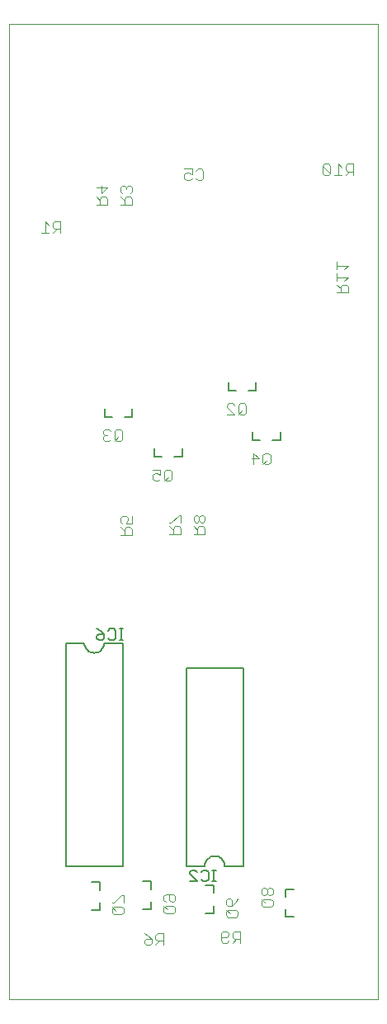
<source format=gbo>
G75*
G70*
%OFA0B0*%
%FSLAX24Y24*%
%IPPOS*%
%LPD*%
%AMOC8*
5,1,8,0,0,1.08239X$1,22.5*
%
%ADD10C,0.0000*%
%ADD11C,0.0040*%
%ADD12C,0.0060*%
%ADD13C,0.0050*%
D10*
X003621Y000711D02*
X003621Y040081D01*
X018503Y040081D01*
X018503Y000711D01*
X003621Y000711D01*
D11*
X007777Y004231D02*
X007854Y004154D01*
X008161Y004154D01*
X008238Y004231D01*
X008238Y004384D01*
X008161Y004461D01*
X007854Y004461D01*
X007777Y004384D01*
X007777Y004231D01*
X007931Y004308D02*
X007777Y004461D01*
X007777Y004615D02*
X007854Y004615D01*
X008161Y004922D01*
X008238Y004922D01*
X008238Y004615D01*
X009068Y003384D02*
X009222Y003308D01*
X009375Y003154D01*
X009145Y003154D01*
X009068Y003077D01*
X009068Y003001D01*
X009145Y002924D01*
X009299Y002924D01*
X009375Y003001D01*
X009375Y003154D01*
X009529Y003154D02*
X009529Y003308D01*
X009605Y003384D01*
X009836Y003384D01*
X009836Y002924D01*
X009836Y003077D02*
X009605Y003077D01*
X009529Y003154D01*
X009682Y003077D02*
X009529Y002924D01*
X009941Y004194D02*
X009864Y004270D01*
X009864Y004424D01*
X009941Y004501D01*
X010247Y004501D01*
X010324Y004424D01*
X010324Y004270D01*
X010247Y004194D01*
X009941Y004194D01*
X010017Y004347D02*
X009864Y004501D01*
X009941Y004654D02*
X009864Y004731D01*
X009864Y004884D01*
X009941Y004961D01*
X010247Y004961D01*
X010324Y004884D01*
X010324Y004731D01*
X010247Y004654D01*
X010171Y004654D01*
X010094Y004731D01*
X010094Y004961D01*
X012179Y003386D02*
X012179Y003079D01*
X012255Y003003D01*
X012409Y003003D01*
X012485Y003079D01*
X012409Y003233D02*
X012485Y003310D01*
X012485Y003386D01*
X012409Y003463D01*
X012255Y003463D01*
X012179Y003386D01*
X012179Y003233D02*
X012409Y003233D01*
X012639Y003233D02*
X012639Y003386D01*
X012716Y003463D01*
X012946Y003463D01*
X012946Y003003D01*
X012946Y003156D02*
X012716Y003156D01*
X012639Y003233D01*
X012792Y003156D02*
X012639Y003003D01*
X012767Y004036D02*
X012460Y004036D01*
X012384Y004113D01*
X012384Y004266D01*
X012460Y004343D01*
X012767Y004343D01*
X012844Y004266D01*
X012844Y004113D01*
X012767Y004036D01*
X012537Y004190D02*
X012384Y004343D01*
X012460Y004497D02*
X012384Y004573D01*
X012384Y004727D01*
X012460Y004803D01*
X012537Y004803D01*
X012614Y004727D01*
X012614Y004497D01*
X012460Y004497D01*
X012614Y004497D02*
X012767Y004650D01*
X012844Y004803D01*
X013809Y004765D02*
X013962Y004611D01*
X013809Y004535D02*
X013885Y004458D01*
X014192Y004458D01*
X014269Y004535D01*
X014269Y004688D01*
X014192Y004765D01*
X013885Y004765D01*
X013809Y004688D01*
X013809Y004535D01*
X013885Y004918D02*
X013809Y004995D01*
X013809Y005148D01*
X013885Y005225D01*
X013962Y005225D01*
X014039Y005148D01*
X014039Y004995D01*
X014116Y004918D01*
X014192Y004918D01*
X014269Y004995D01*
X014269Y005148D01*
X014192Y005225D01*
X014116Y005225D01*
X014039Y005148D01*
X014039Y004995D02*
X013962Y004918D01*
X013885Y004918D01*
X011527Y019509D02*
X011067Y019509D01*
X011220Y019509D02*
X011220Y019739D01*
X011297Y019816D01*
X011450Y019816D01*
X011527Y019739D01*
X011527Y019509D01*
X011450Y019969D02*
X011374Y019969D01*
X011297Y020046D01*
X011297Y020200D01*
X011220Y020276D01*
X011143Y020276D01*
X011067Y020200D01*
X011067Y020046D01*
X011143Y019969D01*
X011220Y019969D01*
X011297Y020046D01*
X011297Y020200D02*
X011374Y020276D01*
X011450Y020276D01*
X011527Y020200D01*
X011527Y020046D01*
X011450Y019969D01*
X011220Y019662D02*
X011067Y019816D01*
X010543Y019739D02*
X010466Y019816D01*
X010313Y019816D01*
X010236Y019739D01*
X010236Y019509D01*
X010236Y019662D02*
X010082Y019816D01*
X010082Y019969D02*
X010159Y019969D01*
X010466Y020276D01*
X010543Y020276D01*
X010543Y019969D01*
X010543Y019739D02*
X010543Y019509D01*
X010082Y019509D01*
X010113Y021646D02*
X009959Y021646D01*
X009883Y021723D01*
X009883Y022030D01*
X009959Y022107D01*
X010113Y022107D01*
X010189Y022030D01*
X010189Y021723D01*
X010113Y021646D01*
X010036Y021800D02*
X009883Y021646D01*
X009729Y021723D02*
X009652Y021646D01*
X009499Y021646D01*
X009422Y021723D01*
X009422Y021877D01*
X009499Y021953D01*
X009576Y021953D01*
X009729Y021877D01*
X009729Y022107D01*
X009422Y022107D01*
X008574Y020237D02*
X008574Y019930D01*
X008344Y019930D01*
X008421Y020084D01*
X008421Y020160D01*
X008344Y020237D01*
X008191Y020237D01*
X008114Y020160D01*
X008114Y020007D01*
X008191Y019930D01*
X008114Y019777D02*
X008267Y019623D01*
X008267Y019700D02*
X008267Y019470D01*
X008114Y019470D02*
X008574Y019470D01*
X008574Y019700D01*
X008497Y019777D01*
X008344Y019777D01*
X008267Y019700D01*
X008105Y023261D02*
X008182Y023337D01*
X008182Y023644D01*
X008105Y023721D01*
X007951Y023721D01*
X007875Y023644D01*
X007875Y023337D01*
X007951Y023261D01*
X008105Y023261D01*
X008028Y023414D02*
X007875Y023261D01*
X007721Y023337D02*
X007645Y023261D01*
X007491Y023261D01*
X007414Y023337D01*
X007414Y023414D01*
X007491Y023491D01*
X007568Y023491D01*
X007491Y023491D02*
X007414Y023567D01*
X007414Y023644D01*
X007491Y023721D01*
X007645Y023721D01*
X007721Y023644D01*
X005689Y031660D02*
X005689Y032121D01*
X005459Y032121D01*
X005383Y032044D01*
X005383Y031890D01*
X005459Y031814D01*
X005689Y031814D01*
X005536Y031814D02*
X005383Y031660D01*
X005229Y031660D02*
X004922Y031660D01*
X005076Y031660D02*
X005076Y032121D01*
X005229Y031967D01*
X007134Y032804D02*
X007594Y032804D01*
X007594Y033034D01*
X007517Y033111D01*
X007364Y033111D01*
X007287Y033034D01*
X007287Y032804D01*
X007287Y032957D02*
X007134Y033111D01*
X007364Y033264D02*
X007364Y033571D01*
X007594Y033494D02*
X007364Y033264D01*
X007134Y033494D02*
X007594Y033494D01*
X008118Y033494D02*
X008118Y033341D01*
X008194Y033264D01*
X008118Y033111D02*
X008271Y032957D01*
X008271Y033034D02*
X008271Y032804D01*
X008118Y032804D02*
X008578Y032804D01*
X008578Y033034D01*
X008501Y033111D01*
X008348Y033111D01*
X008271Y033034D01*
X008501Y033264D02*
X008578Y033341D01*
X008578Y033494D01*
X008501Y033571D01*
X008425Y033571D01*
X008348Y033494D01*
X008271Y033571D01*
X008194Y033571D01*
X008118Y033494D01*
X008348Y033494D02*
X008348Y033418D01*
X010696Y033867D02*
X010773Y033790D01*
X010926Y033790D01*
X011003Y033867D01*
X011003Y034020D02*
X010850Y034097D01*
X010773Y034097D01*
X010696Y034020D01*
X010696Y033867D01*
X011003Y034020D02*
X011003Y034250D01*
X010696Y034250D01*
X011157Y034174D02*
X011233Y034250D01*
X011387Y034250D01*
X011464Y034174D01*
X011464Y033867D01*
X011387Y033790D01*
X011233Y033790D01*
X011157Y033867D01*
X012491Y024784D02*
X012414Y024707D01*
X012414Y024630D01*
X012721Y024324D01*
X012414Y024324D01*
X012491Y024784D02*
X012645Y024784D01*
X012721Y024707D01*
X012875Y024707D02*
X012875Y024400D01*
X012951Y024324D01*
X013105Y024324D01*
X013182Y024400D01*
X013182Y024707D01*
X013105Y024784D01*
X012951Y024784D01*
X012875Y024707D01*
X013028Y024477D02*
X012875Y024324D01*
X013475Y022776D02*
X013705Y022546D01*
X013399Y022546D01*
X013475Y022316D02*
X013475Y022776D01*
X013859Y022699D02*
X013859Y022392D01*
X013936Y022316D01*
X014089Y022316D01*
X014166Y022392D01*
X014166Y022699D01*
X014089Y022776D01*
X013936Y022776D01*
X013859Y022699D01*
X014012Y022469D02*
X013859Y022316D01*
X016858Y029261D02*
X017318Y029261D01*
X017318Y029491D01*
X017242Y029567D01*
X017088Y029567D01*
X017011Y029491D01*
X017011Y029261D01*
X017011Y029414D02*
X016858Y029567D01*
X016858Y029721D02*
X016858Y030028D01*
X016858Y030181D02*
X016858Y030488D01*
X016858Y030335D02*
X017318Y030335D01*
X017165Y030181D01*
X017318Y029874D02*
X016858Y029874D01*
X017165Y029721D02*
X017318Y029874D01*
X017206Y033987D02*
X017359Y034140D01*
X017283Y034140D02*
X017513Y034140D01*
X017513Y033987D02*
X017513Y034447D01*
X017283Y034447D01*
X017206Y034371D01*
X017206Y034217D01*
X017283Y034140D01*
X017052Y033987D02*
X016745Y033987D01*
X016899Y033987D02*
X016899Y034447D01*
X017052Y034294D01*
X016592Y034371D02*
X016592Y034064D01*
X016285Y034371D01*
X016285Y034064D01*
X016362Y033987D01*
X016515Y033987D01*
X016592Y034064D01*
X016592Y034371D02*
X016515Y034447D01*
X016362Y034447D01*
X016285Y034371D01*
D12*
X013591Y025627D02*
X013591Y025294D01*
X013280Y025294D01*
X012772Y025294D02*
X012471Y025294D01*
X012471Y025627D01*
X013455Y023619D02*
X013455Y023286D01*
X013756Y023286D01*
X014264Y023286D02*
X014575Y023286D01*
X014575Y023619D01*
X010599Y022949D02*
X010599Y022616D01*
X010288Y022616D01*
X009780Y022616D02*
X009479Y022616D01*
X009479Y022949D01*
X008591Y024231D02*
X008591Y024564D01*
X008591Y024231D02*
X008280Y024231D01*
X007772Y024231D02*
X007471Y024231D01*
X007471Y024564D01*
X007454Y015109D02*
X008204Y015109D01*
X008204Y006109D01*
X005904Y006109D01*
X005904Y015109D01*
X006654Y015109D01*
X006656Y015070D01*
X006662Y015031D01*
X006671Y014993D01*
X006684Y014956D01*
X006701Y014920D01*
X006721Y014887D01*
X006745Y014855D01*
X006771Y014826D01*
X006800Y014800D01*
X006832Y014776D01*
X006865Y014756D01*
X006901Y014739D01*
X006938Y014726D01*
X006976Y014717D01*
X007015Y014711D01*
X007054Y014709D01*
X007093Y014711D01*
X007132Y014717D01*
X007170Y014726D01*
X007207Y014739D01*
X007243Y014756D01*
X007276Y014776D01*
X007308Y014800D01*
X007337Y014826D01*
X007363Y014855D01*
X007387Y014887D01*
X007407Y014920D01*
X007424Y014956D01*
X007437Y014993D01*
X007446Y015031D01*
X007452Y015070D01*
X007454Y015109D01*
X010771Y014109D02*
X013071Y014109D01*
X013071Y006109D01*
X012321Y006109D01*
X012319Y006148D01*
X012313Y006187D01*
X012304Y006225D01*
X012291Y006262D01*
X012274Y006298D01*
X012254Y006331D01*
X012230Y006363D01*
X012204Y006392D01*
X012175Y006418D01*
X012143Y006442D01*
X012110Y006462D01*
X012074Y006479D01*
X012037Y006492D01*
X011999Y006501D01*
X011960Y006507D01*
X011921Y006509D01*
X011882Y006507D01*
X011843Y006501D01*
X011805Y006492D01*
X011768Y006479D01*
X011732Y006462D01*
X011699Y006442D01*
X011667Y006418D01*
X011638Y006392D01*
X011612Y006363D01*
X011588Y006331D01*
X011568Y006298D01*
X011551Y006262D01*
X011538Y006225D01*
X011529Y006187D01*
X011523Y006148D01*
X011521Y006109D01*
X010771Y006109D01*
X010771Y014109D01*
X009354Y005484D02*
X009021Y005484D01*
X009354Y005484D02*
X009354Y005173D01*
X009354Y004665D02*
X009354Y004364D01*
X009021Y004364D01*
X007267Y004324D02*
X007267Y004625D01*
X007267Y004324D02*
X006934Y004324D01*
X007267Y005133D02*
X007267Y005444D01*
X006934Y005444D01*
X011541Y005326D02*
X011874Y005326D01*
X011874Y005015D01*
X011874Y004507D02*
X011874Y004206D01*
X011541Y004206D01*
X014779Y004360D02*
X014779Y004049D01*
X015112Y004049D01*
X014779Y004868D02*
X014779Y005169D01*
X015112Y005169D01*
D13*
X011973Y005484D02*
X011823Y005484D01*
X011898Y005484D02*
X011898Y005934D01*
X011973Y005934D02*
X011823Y005934D01*
X011666Y005859D02*
X011666Y005559D01*
X011591Y005484D01*
X011441Y005484D01*
X011366Y005559D01*
X011206Y005484D02*
X010906Y005784D01*
X010906Y005859D01*
X010981Y005934D01*
X011131Y005934D01*
X011206Y005859D01*
X011366Y005859D02*
X011441Y005934D01*
X011591Y005934D01*
X011666Y005859D01*
X011206Y005484D02*
X010906Y005484D01*
X008229Y015234D02*
X008079Y015234D01*
X008154Y015234D02*
X008154Y015684D01*
X008229Y015684D02*
X008079Y015684D01*
X007923Y015609D02*
X007923Y015309D01*
X007847Y015234D01*
X007697Y015234D01*
X007622Y015309D01*
X007462Y015309D02*
X007387Y015234D01*
X007237Y015234D01*
X007162Y015309D01*
X007162Y015384D01*
X007237Y015459D01*
X007462Y015459D01*
X007462Y015309D01*
X007462Y015459D02*
X007312Y015609D01*
X007162Y015684D01*
X007622Y015609D02*
X007697Y015684D01*
X007847Y015684D01*
X007923Y015609D01*
M02*

</source>
